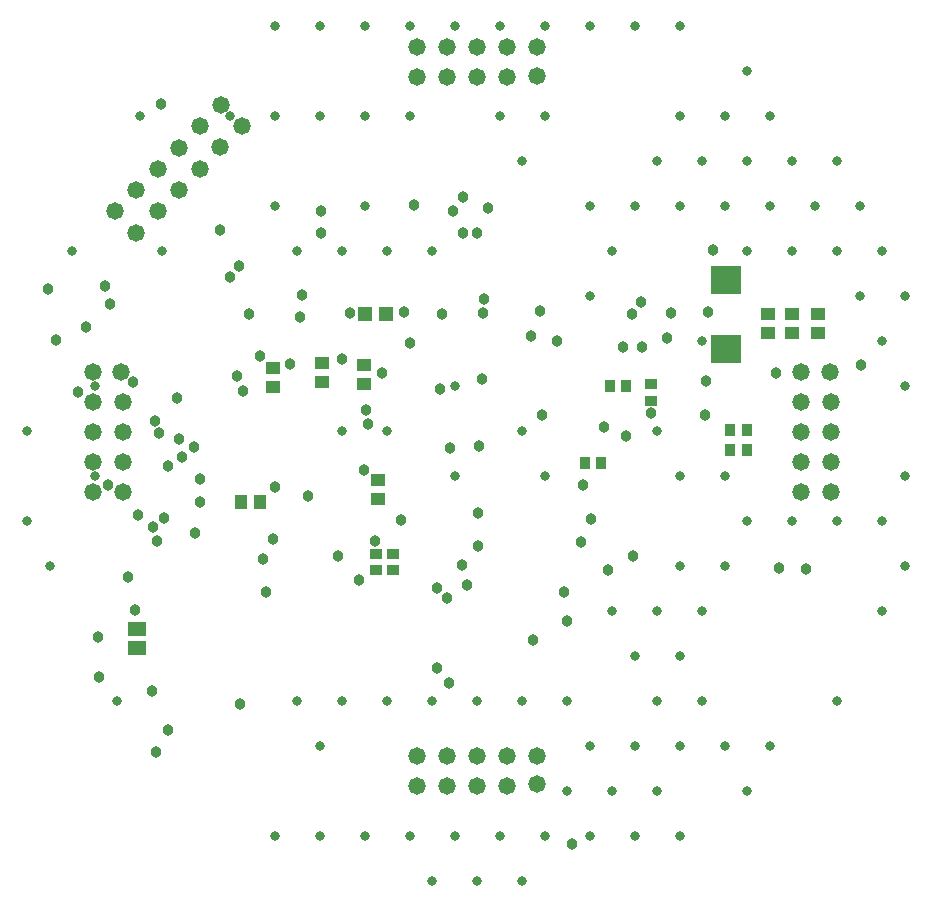
<source format=gbr>
%TF.GenerationSoftware,Altium Limited,Altium Designer,18.1.6 (161)*%
G04 Layer_Color=16711935*
%FSLAX26Y26*%
%MOIN*%
%TF.FileFunction,Soldermask,Bot*%
%TF.Part,Single*%
G01*
G75*
%TA.AperFunction,SMDPad,CuDef*%
%ADD43R,0.061150X0.045402*%
%ADD44R,0.051307X0.051307*%
%ADD45R,0.047370X0.043433*%
%ADD46R,0.043433X0.047370*%
%ADD47R,0.035559X0.043433*%
%ADD48R,0.043433X0.035559*%
%ADD49R,0.100520X0.094614*%
%TA.AperFunction,ComponentPad*%
%ADD50C,0.058000*%
%TA.AperFunction,ViaPad*%
%ADD51C,0.033000*%
%ADD52C,0.038000*%
D43*
X2015000Y2491496D02*
D03*
Y2428504D02*
D03*
D44*
X2776102Y3540000D02*
D03*
X2846968D02*
D03*
D45*
X2772165Y3308504D02*
D03*
Y3371496D02*
D03*
X2634370Y3313504D02*
D03*
Y3376496D02*
D03*
X2820000Y2986496D02*
D03*
Y2923504D02*
D03*
X2470000Y3298504D02*
D03*
Y3361496D02*
D03*
X4285000Y3542480D02*
D03*
Y3479488D02*
D03*
X4120000Y3542480D02*
D03*
Y3479488D02*
D03*
X4200000Y3542480D02*
D03*
Y3479488D02*
D03*
D46*
X2426496Y2913385D02*
D03*
X2363504D02*
D03*
D47*
X3563346Y3045000D02*
D03*
X3508228D02*
D03*
X3994134Y3089350D02*
D03*
X4049252D02*
D03*
X3994134Y3153878D02*
D03*
X4049252D02*
D03*
X3592441Y3300000D02*
D03*
X3647559D02*
D03*
D48*
X2811220Y2742559D02*
D03*
Y2687441D02*
D03*
X2870000Y2742559D02*
D03*
Y2687441D02*
D03*
X3730000Y3307559D02*
D03*
Y3252441D02*
D03*
D49*
X3980000Y3424843D02*
D03*
Y3655157D02*
D03*
D50*
X2297132Y4237132D02*
D03*
X2367843Y4166421D02*
D03*
X2014289Y3812868D02*
D03*
X2085000Y3883579D02*
D03*
X2155711Y3954289D02*
D03*
X2226421Y4025000D02*
D03*
X2293597Y4099246D02*
D03*
X2226421Y4166421D02*
D03*
X2155711Y4095711D02*
D03*
X2085000Y4025000D02*
D03*
X2014289Y3954289D02*
D03*
X1943579Y3883579D02*
D03*
X2949606Y4330709D02*
D03*
X3049606D02*
D03*
X3149606D02*
D03*
X3249606D02*
D03*
X3349606Y4335709D02*
D03*
Y4430709D02*
D03*
X3249606D02*
D03*
X3149606D02*
D03*
X3049606D02*
D03*
X2949606D02*
D03*
X1868504Y2949606D02*
D03*
Y3049606D02*
D03*
Y3149606D02*
D03*
Y3249606D02*
D03*
Y3349606D02*
D03*
X1963504D02*
D03*
X1968504Y3249606D02*
D03*
Y3149606D02*
D03*
Y3049606D02*
D03*
Y2949606D02*
D03*
X2949606Y1968504D02*
D03*
X3049606D02*
D03*
X3149606D02*
D03*
X3249606D02*
D03*
X3349606Y1973504D02*
D03*
Y2068504D02*
D03*
X3249606D02*
D03*
X3149606D02*
D03*
X3049606D02*
D03*
X2949606D02*
D03*
X4230709Y2949606D02*
D03*
Y3049606D02*
D03*
Y3149606D02*
D03*
Y3249606D02*
D03*
Y3349606D02*
D03*
X4325709D02*
D03*
X4330709Y3249606D02*
D03*
Y3149606D02*
D03*
Y3049606D02*
D03*
Y2949606D02*
D03*
D51*
X4500000Y3750000D02*
D03*
X4575000Y3600000D02*
D03*
X4500000Y3450000D02*
D03*
X4575000Y3300000D02*
D03*
Y3000000D02*
D03*
X4500000Y2850000D02*
D03*
X4575000Y2700000D02*
D03*
X4500000Y2550000D02*
D03*
X4350000Y4050000D02*
D03*
X4425000Y3900000D02*
D03*
X4350000Y3750000D02*
D03*
X4425000Y3600000D02*
D03*
X4350000Y2850000D02*
D03*
Y2250000D02*
D03*
X4200000Y4050000D02*
D03*
X4275000Y3900000D02*
D03*
X4200000Y3750000D02*
D03*
Y2850000D02*
D03*
X4050000Y4350000D02*
D03*
X4125000Y4200000D02*
D03*
X4050000Y4050000D02*
D03*
X4125000Y3900000D02*
D03*
X4050000Y3750000D02*
D03*
Y2850000D02*
D03*
X4125000Y2100000D02*
D03*
X4050000Y1950000D02*
D03*
X3975000Y4200000D02*
D03*
X3900000Y4050000D02*
D03*
X3975000Y3900000D02*
D03*
X3900000Y3450000D02*
D03*
X3975000Y3000000D02*
D03*
Y2700000D02*
D03*
X3900000Y2550000D02*
D03*
Y2250000D02*
D03*
X3975000Y2100000D02*
D03*
X3825000Y4500000D02*
D03*
Y4200000D02*
D03*
X3750000Y4050000D02*
D03*
X3825000Y3900000D02*
D03*
X3750000Y3150000D02*
D03*
X3825000Y3000000D02*
D03*
Y2700000D02*
D03*
X3750000Y2550000D02*
D03*
X3825000Y2400000D02*
D03*
X3750000Y2250000D02*
D03*
X3825000Y2100000D02*
D03*
X3750000Y1950000D02*
D03*
X3825000Y1800000D02*
D03*
X3675000Y4500000D02*
D03*
Y3900000D02*
D03*
X3600000Y3750000D02*
D03*
Y2550000D02*
D03*
X3675000Y2400000D02*
D03*
Y2100000D02*
D03*
X3600000Y1950000D02*
D03*
X3675000Y1800000D02*
D03*
X3525000Y4500000D02*
D03*
Y3900000D02*
D03*
Y3600000D02*
D03*
X3450000Y2250000D02*
D03*
X3525000Y2100000D02*
D03*
X3450000Y1950000D02*
D03*
X3525000Y1800000D02*
D03*
X3375000Y4500000D02*
D03*
Y4200000D02*
D03*
X3300000Y4050000D02*
D03*
Y3150000D02*
D03*
X3375000Y3000000D02*
D03*
X3300000Y2250000D02*
D03*
X3375000Y1800000D02*
D03*
X3300000Y1650000D02*
D03*
X3225000Y4500000D02*
D03*
Y4200000D02*
D03*
X3150000Y2250000D02*
D03*
X3225000Y1800000D02*
D03*
X3150000Y1650000D02*
D03*
X3075000Y4500000D02*
D03*
X3000000Y3750000D02*
D03*
X3075000Y3300000D02*
D03*
Y3000000D02*
D03*
X3000000Y2250000D02*
D03*
X3075000Y1800000D02*
D03*
X3000000Y1650000D02*
D03*
X2925000Y4500000D02*
D03*
Y4200000D02*
D03*
X2850000Y3750000D02*
D03*
Y3150000D02*
D03*
Y2250000D02*
D03*
X2925000Y1800000D02*
D03*
X2775000Y4500000D02*
D03*
Y4200000D02*
D03*
Y3900000D02*
D03*
X2700000Y3750000D02*
D03*
Y3150000D02*
D03*
Y2250000D02*
D03*
X2775000Y1800000D02*
D03*
X2625000Y4500000D02*
D03*
Y4200000D02*
D03*
X2550000Y3750000D02*
D03*
Y2250000D02*
D03*
X2625000Y2100000D02*
D03*
Y1800000D02*
D03*
X2475000Y4500000D02*
D03*
Y4200000D02*
D03*
Y3900000D02*
D03*
Y1800000D02*
D03*
X2325000Y4200000D02*
D03*
X2100000Y3750000D02*
D03*
X2025000Y4200000D02*
D03*
X1950000Y2250000D02*
D03*
X1800000Y3750000D02*
D03*
X1875000Y3300000D02*
D03*
Y3000000D02*
D03*
X1650000Y3150000D02*
D03*
Y2850000D02*
D03*
X1725000Y2700000D02*
D03*
D52*
X2084000Y2785000D02*
D03*
X1820000Y3280000D02*
D03*
X1920000Y2972441D02*
D03*
X2080000Y2080000D02*
D03*
X2686496Y2735000D02*
D03*
X2772165Y3020000D02*
D03*
X2470000Y2790000D02*
D03*
X2435000Y2725000D02*
D03*
X4430000Y3370000D02*
D03*
X3115000Y2637441D02*
D03*
X3100000Y2705000D02*
D03*
X2755000Y2655000D02*
D03*
X3935000Y3755000D02*
D03*
X2150000Y3260000D02*
D03*
X1745000Y3454803D02*
D03*
X2018858Y2870000D02*
D03*
X1985000Y2665000D02*
D03*
X2065000Y2285000D02*
D03*
X1890000Y2330000D02*
D03*
X2358504Y2240000D02*
D03*
X2210000Y2810000D02*
D03*
X2010000Y2555000D02*
D03*
X3440000Y2613464D02*
D03*
X1720000Y3625000D02*
D03*
X2785000Y3175000D02*
D03*
X2075000Y3185000D02*
D03*
X2090000Y3145000D02*
D03*
X2003996Y3313504D02*
D03*
X2780000Y3220000D02*
D03*
X3055000Y2310000D02*
D03*
X3017500Y2362500D02*
D03*
X3050000Y2595000D02*
D03*
X1925000Y3575000D02*
D03*
X2560000Y3530945D02*
D03*
X2120000Y2155000D02*
D03*
X2940000Y3905000D02*
D03*
X3102008Y3812008D02*
D03*
X3033071Y3542480D02*
D03*
X2630000Y3885000D02*
D03*
Y3810000D02*
D03*
X2725000Y3545433D02*
D03*
X2095000Y4240000D02*
D03*
X2906496Y3548504D02*
D03*
X3171575Y3590000D02*
D03*
X3149606Y3812008D02*
D03*
X3185000Y3895000D02*
D03*
X3070000Y3885000D02*
D03*
X2390000Y3542480D02*
D03*
X3335000Y2455000D02*
D03*
X3450000Y2516890D02*
D03*
X3586417Y2686417D02*
D03*
X1885000Y2465000D02*
D03*
X3015000Y2627520D02*
D03*
X3060000Y3095000D02*
D03*
X1845000Y3498110D02*
D03*
X2293597Y3820000D02*
D03*
X1910000Y3633150D02*
D03*
X3465000Y1775000D02*
D03*
X4155000Y2695000D02*
D03*
X4245000Y2690000D02*
D03*
X2225000Y2990000D02*
D03*
X2205000Y3098110D02*
D03*
X2165000Y3065000D02*
D03*
X2120000Y3033661D02*
D03*
X2225000Y2913385D02*
D03*
X2105000Y2860000D02*
D03*
X2070000Y2830000D02*
D03*
X3365000Y3205000D02*
D03*
X2445000Y2615000D02*
D03*
X2585000Y2935000D02*
D03*
X3102008Y3930000D02*
D03*
X2325000Y3665000D02*
D03*
X3635000Y3430000D02*
D03*
X3695000Y3580000D02*
D03*
X3665000Y3542480D02*
D03*
X3330000Y3468504D02*
D03*
X2370000Y3285000D02*
D03*
X3920000Y3547480D02*
D03*
X3572520Y3165000D02*
D03*
X2525000Y3375000D02*
D03*
X2425000Y3400000D02*
D03*
X3795000Y3545000D02*
D03*
X3910000Y3205000D02*
D03*
X4147559Y3345000D02*
D03*
X3730000Y3210000D02*
D03*
X3495000Y2781142D02*
D03*
X2895000Y2853386D02*
D03*
X2700000Y3390000D02*
D03*
X2350000Y3335000D02*
D03*
X2475000Y2965000D02*
D03*
X3698740Y3430000D02*
D03*
X2810000Y2785000D02*
D03*
X2925000Y3445000D02*
D03*
X3670000Y2735000D02*
D03*
X2565000Y3605000D02*
D03*
X3027520Y3290000D02*
D03*
X3165000Y3325000D02*
D03*
X2831220Y3345000D02*
D03*
X3170000Y3545000D02*
D03*
X2355000Y3700000D02*
D03*
X3783110Y3460000D02*
D03*
X3645000Y3135000D02*
D03*
X3502441Y2972441D02*
D03*
X3530000Y2857559D02*
D03*
X3415000Y3450000D02*
D03*
X3360000Y3550000D02*
D03*
X3156614Y3101220D02*
D03*
X2155000Y3125000D02*
D03*
X3153229Y2879331D02*
D03*
X3151614Y2768386D02*
D03*
X3912500Y3317500D02*
D03*
%TF.MD5,7e122383365d97291f287a5c7fd1cfa8*%
M02*

</source>
